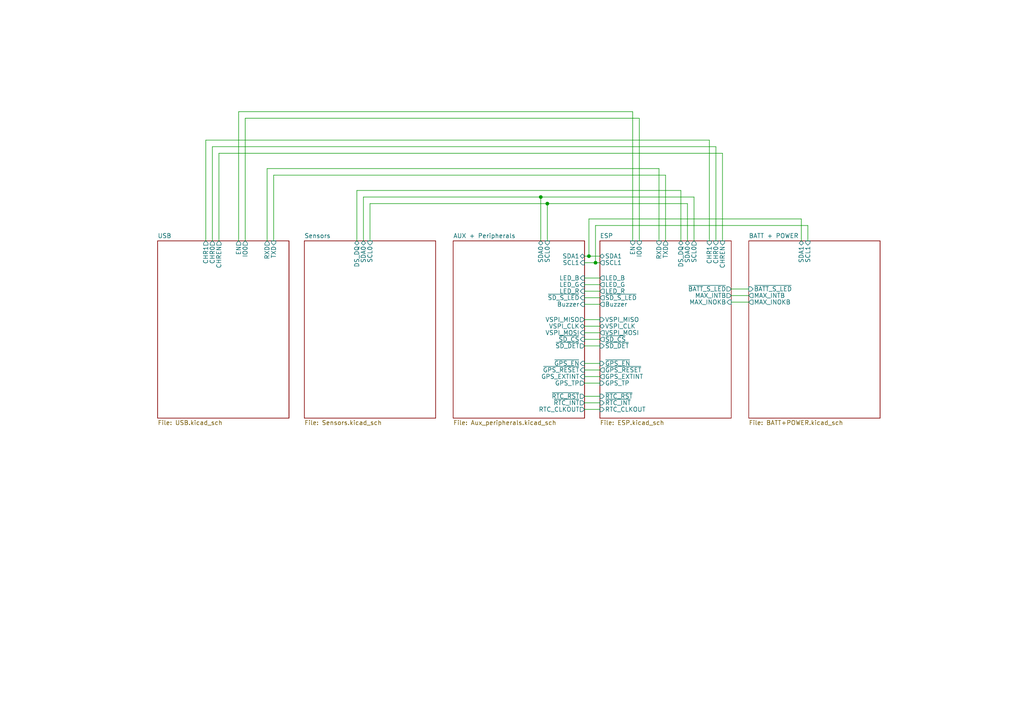
<source format=kicad_sch>
(kicad_sch (version 20211123) (generator eeschema)
  (paper "A4")
  (title_block (title "ICCI (Iperspectral Camera Calibration Instrument)") (date "2022-07-14") (rev "BETA") (company "Simone Tollardo"))
  (lib_symbols)
  (junction (at 158.75 59.055))
  (junction (at 170.815 74.295))
  (junction (at 172.72 76.2))
  (junction (at 156.845 57.15))
  (wire (pts (xy 169.545 86.36) (xy 173.99 86.36)))
  (wire (pts (xy 105.41 69.85) (xy 105.41 57.15)))
  (wire (pts (xy 103.505 69.85) (xy 103.505 55.245)))
  (wire (pts (xy 170.815 63.5) (xy 170.815 74.295)))
  (wire (pts (xy 63.5 44.45) (xy 209.55 44.45)))
  (wire (pts (xy 169.545 92.71) (xy 173.99 92.71)))
  (wire (pts (xy 172.72 76.2) (xy 173.99 76.2)))
  (wire (pts (xy 169.545 80.645) (xy 173.99 80.645)))
  (wire (pts (xy 107.315 69.85) (xy 107.315 59.055)))
  (wire (pts (xy 197.485 55.245) (xy 197.485 69.85)))
  (wire (pts (xy 169.545 116.84) (xy 173.99 116.84)))
  (wire (pts (xy 169.545 100.33) (xy 173.99 100.33)))
  (wire (pts (xy 212.09 85.725) (xy 217.17 85.725)))
  (wire (pts (xy 63.5 44.45) (xy 63.5 69.85)))
  (wire (pts (xy 207.645 42.545) (xy 207.645 69.85)))
  (wire (pts (xy 59.69 40.64) (xy 59.69 69.85)))
  (wire (pts (xy 77.47 48.895) (xy 77.47 69.85)))
  (wire (pts (xy 183.515 69.85) (xy 183.515 32.385)))
  (wire (pts (xy 169.545 74.295) (xy 170.815 74.295)))
  (wire (pts (xy 69.215 32.385) (xy 69.215 69.85)))
  (wire (pts (xy 169.545 118.745) (xy 173.99 118.745)))
  (wire (pts (xy 234.315 65.405) (xy 172.72 65.405)))
  (wire (pts (xy 193.04 69.85) (xy 193.04 50.8)))
  (wire (pts (xy 212.09 87.63) (xy 217.17 87.63)))
  (wire (pts (xy 169.545 111.125) (xy 173.99 111.125)))
  (wire (pts (xy 156.845 57.15) (xy 156.845 69.85)))
  (wire (pts (xy 61.595 42.545) (xy 207.645 42.545)))
  (wire (pts (xy 205.74 40.64) (xy 205.74 69.85)))
  (wire (pts (xy 199.39 69.85) (xy 199.39 59.055)))
  (wire (pts (xy 232.41 63.5) (xy 170.815 63.5)))
  (wire (pts (xy 185.42 34.29) (xy 185.42 69.85)))
  (wire (pts (xy 209.55 44.45) (xy 209.55 69.85)))
  (wire (pts (xy 169.545 88.265) (xy 173.99 88.265)))
  (wire (pts (xy 169.545 82.55) (xy 173.99 82.55)))
  (wire (pts (xy 212.09 83.82) (xy 217.17 83.82)))
  (wire (pts (xy 169.545 76.2) (xy 172.72 76.2)))
  (wire (pts (xy 199.39 59.055) (xy 158.75 59.055)))
  (wire (pts (xy 156.845 57.15) (xy 201.295 57.15)))
  (wire (pts (xy 234.315 69.85) (xy 234.315 65.405)))
  (wire (pts (xy 193.04 50.8) (xy 79.375 50.8)))
  (wire (pts (xy 169.545 109.22) (xy 173.99 109.22)))
  (wire (pts (xy 79.375 50.8) (xy 79.375 69.85)))
  (wire (pts (xy 77.47 48.895) (xy 191.135 48.895)))
  (wire (pts (xy 169.545 105.41) (xy 173.99 105.41)))
  (wire (pts (xy 61.595 42.545) (xy 61.595 69.85)))
  (wire (pts (xy 71.12 34.29) (xy 71.12 69.85)))
  (wire (pts (xy 172.72 65.405) (xy 172.72 76.2)))
  (wire (pts (xy 170.815 74.295) (xy 173.99 74.295)))
  (wire (pts (xy 183.515 32.385) (xy 69.215 32.385)))
  (wire (pts (xy 169.545 114.935) (xy 173.99 114.935)))
  (wire (pts (xy 105.41 57.15) (xy 156.845 57.15)))
  (wire (pts (xy 201.295 57.15) (xy 201.295 69.85)))
  (wire (pts (xy 191.135 48.895) (xy 191.135 69.85)))
  (wire (pts (xy 71.12 34.29) (xy 185.42 34.29)))
  (wire (pts (xy 158.75 59.055) (xy 158.75 69.85)))
  (wire (pts (xy 103.505 55.245) (xy 197.485 55.245)))
  (wire (pts (xy 59.69 40.64) (xy 205.74 40.64)))
  (wire (pts (xy 169.545 94.615) (xy 173.99 94.615)))
  (wire (pts (xy 169.545 98.425) (xy 173.99 98.425)))
  (wire (pts (xy 169.545 96.52) (xy 173.99 96.52)))
  (wire (pts (xy 107.315 59.055) (xy 158.75 59.055)))
  (wire (pts (xy 232.41 69.85) (xy 232.41 63.5)))
  (wire (pts (xy 169.545 107.315) (xy 173.99 107.315)))
  (wire (pts (xy 169.545 84.455) (xy 173.99 84.455)))
  (sheet (at 131.445 69.85) (size 38.1 51.435) (stroke (width 0.1524))
    (property "Sheet name" "AUX + Peripherals" (at 131.445 69.1384 0) (effects (justify left bottom)))
    (property "Sheet file" "Aux_peripherals.kicad_sch" (at 131.445 121.8696 0) (effects (justify left top)))
    (pin "SCL1" input (at 169.545 76.2 0))
    (pin "SDA1" bidirectional (at 169.545 74.295 0))
    (pin "GPS_EXTINT" input (at 169.545 109.22 0))
    (pin "GPS_TP" output (at 169.545 111.125 0))
    (pin "~{GPS_RESET}" input (at 169.545 107.315 0))
    (pin "Buzzer" input (at 169.545 88.265 0))
    (pin "VSPI_CLK" bidirectional (at 169.545 94.615 0))
    (pin "~{SD_CS}" input (at 169.545 98.425 0))
    (pin "VSPI_MOSI" input (at 169.545 96.52 0))
    (pin "VSPI_MISO" output (at 169.545 92.71 0))
    (pin "LED_R" input (at 169.545 84.455 0))
    (pin "LED_B" input (at 169.545 80.645 0))
    (pin "LED_G" input (at 169.545 82.55 0))
    (pin "~{RTC_RST}" output (at 169.545 114.935 0))
    (pin "~{RTC_INT}" output (at 169.545 116.84 0))
    (pin "RTC_CLKOUT" output (at 169.545 118.745 0))
    (pin "~{SD_DET}" output (at 169.545 100.33 0))
    (pin "~{SD_S_LED}" input (at 169.545 86.36 0))
    (pin "SCL0" input (at 158.75 69.85 90))
    (pin "SDA0" bidirectional (at 156.845 69.85 90))
    (pin "~{GPS_EN}" input (at 169.545 105.41 0))
  )
  (sheet (at 173.99 69.85) (size 38.1 51.435) (stroke (width 0.1524))
    (property "Sheet name" "ESP" (at 173.99 69.1384 0) (effects (justify left bottom)))
    (property "Sheet file" "ESP.kicad_sch" (at 173.99 121.8696 0) (effects (justify left top)))
    (pin "EN" input (at 183.515 69.85 90))
    (pin "SDA1" bidirectional (at 173.99 74.295 180))
    (pin "SCL0" output (at 201.295 69.85 90))
    (pin "SDA0" bidirectional (at 199.39 69.85 90))
    (pin "SCL1" output (at 173.99 76.2 180))
    (pin "DS_DQ" bidirectional (at 197.485 69.85 90))
    (pin "LED_B" output (at 173.99 80.645 180))
    (pin "LED_G" output (at 173.99 82.55 180))
    (pin "LED_R" output (at 173.99 84.455 180))
    (pin "Buzzer" output (at 173.99 88.265 180))
    (pin "IO0" input (at 185.42 69.85 90))
    (pin "VSPI_MISO" input (at 173.99 92.71 180))
    (pin "VSPI_CLK" bidirectional (at 173.99 94.615 180))
    (pin "RXD" input (at 191.135 69.85 90))
    (pin "TXD" output (at 193.04 69.85 90))
    (pin "VSPI_MOSI" output (at 173.99 96.52 180))
    (pin "~{SD_CS}" output (at 173.99 98.425 180))
    (pin "~{SD_DET}" input (at 173.99 100.33 180))
    (pin "GPS_EXTINT" output (at 173.99 109.22 180))
    (pin "GPS_TP" input (at 173.99 111.125 180))
    (pin "~{GPS_RESET}" output (at 173.99 107.315 180))
    (pin "~{RTC_INT}" input (at 173.99 116.84 180))
    (pin "~{RTC_RST}" input (at 173.99 114.935 180))
    (pin "RTC_CLKOUT" input (at 173.99 118.745 180))
    (pin "~{SD_S_LED}" output (at 173.99 86.36 180))
    (pin "CHR1" input (at 205.74 69.85 90))
    (pin "CHR0" input (at 207.645 69.85 90))
    (pin "CHREN" input (at 209.55 69.85 90))
    (pin "MAX_INTB" output (at 212.09 85.725 0))
    (pin "MAX_INOKB" input (at 212.09 87.63 0))
    (pin "~{BATT_S_LED}" output (at 212.09 83.82 0))
    (pin "~{GPS_EN}" input (at 173.99 105.41 180))
  )
  (sheet (at 88.265 69.85) (size 38.1 51.435) (stroke (width 0.1524))
    (property "Sheet name" "Sensors" (at 88.265 69.1384 0) (effects (justify left bottom)))
    (property "Sheet file" "Sensors.kicad_sch" (at 88.265 121.8696 0) (effects (justify left top)))
    (pin "DS_DQ" bidirectional (at 103.505 69.85 90))
    (pin "SDA0" bidirectional (at 105.41 69.85 90))
    (pin "SCL0" input (at 107.315 69.85 90))
  )
  (sheet (at 45.72 69.85) (size 38.1 51.435) (stroke (width 0.1524))
    (property "Sheet name" "USB" (at 45.72 69.1384 0) (effects (justify left bottom)))
    (property "Sheet file" "USB.kicad_sch" (at 45.72 121.8696 0) (effects (justify left top)))
    (pin "EN" output (at 69.215 69.85 90))
    (pin "IO0" output (at 71.12 69.85 90))
    (pin "RXD" output (at 77.47 69.85 90))
    (pin "CHR1" output (at 59.69 69.85 90))
    (pin "CHR0" output (at 61.595 69.85 90))
    (pin "CHREN" output (at 63.5 69.85 90))
    (pin "TXD" input (at 79.375 69.85 90))
  )
  (sheet (at 217.17 69.85) (size 38.1 51.435) (stroke (width 0.1524))
    (property "Sheet name" "BATT + POWER" (at 217.17 69.1384 0) (effects (justify left bottom)))
    (property "Sheet file" "BATT+POWER.kicad_sch" (at 217.17 121.8696 0) (effects (justify left top)))
    (pin "SCL1" input (at 234.315 69.85 90))
    (pin "SDA1" bidirectional (at 232.41 69.85 90))
    (pin "MAX_INOKB" output (at 217.17 87.63 180))
    (pin "MAX_INTB" output (at 217.17 85.725 180))
    (pin "~{BATT_S_LED}" input (at 217.17 83.82 180))
  )
)
</source>
